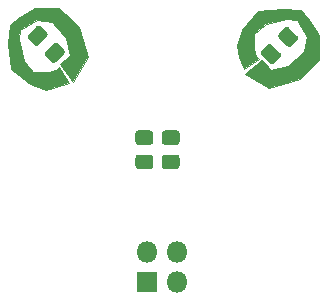
<source format=gbs>
G04 #@! TF.GenerationSoftware,KiCad,Pcbnew,5.1.6-c6e7f7d~87~ubuntu18.04.1*
G04 #@! TF.CreationDate,2020-07-20T20:37:32+02:00*
G04 #@! TF.ProjectId,cat-demo,6361742d-6465-46d6-9f2e-6b696361645f,rev?*
G04 #@! TF.SameCoordinates,Original*
G04 #@! TF.FileFunction,Soldermask,Bot*
G04 #@! TF.FilePolarity,Negative*
%FSLAX46Y46*%
G04 Gerber Fmt 4.6, Leading zero omitted, Abs format (unit mm)*
G04 Created by KiCad (PCBNEW 5.1.6-c6e7f7d~87~ubuntu18.04.1) date 2020-07-20 20:37:32*
%MOMM*%
%LPD*%
G01*
G04 APERTURE LIST*
%ADD10C,0.100000*%
%ADD11O,1.800000X1.800000*%
%ADD12R,1.800000X1.800000*%
G04 APERTURE END LIST*
D10*
G36*
X124550000Y-72880000D02*
G01*
X125300000Y-75490000D01*
X124060000Y-77550000D01*
X122940000Y-76080000D01*
X123760000Y-75340000D01*
X123440000Y-73850000D01*
X122250000Y-72530000D01*
X120980000Y-72290000D01*
X119540000Y-73130000D01*
X119440000Y-73920000D01*
X119860000Y-75760000D01*
X120680000Y-76730000D01*
X122020000Y-76730000D01*
X122590000Y-76580000D01*
X122820000Y-76300000D01*
X123710000Y-77640000D01*
X122620000Y-78020000D01*
X121720000Y-78210000D01*
X120380000Y-77740000D01*
X118750000Y-76450000D01*
X118570000Y-74340000D01*
X118670000Y-72760000D01*
X119590000Y-72040000D01*
X120830000Y-71270000D01*
X122870000Y-71270000D01*
X124550000Y-72880000D01*
G37*
X124550000Y-72880000D02*
X125300000Y-75490000D01*
X124060000Y-77550000D01*
X122940000Y-76080000D01*
X123760000Y-75340000D01*
X123440000Y-73850000D01*
X122250000Y-72530000D01*
X120980000Y-72290000D01*
X119540000Y-73130000D01*
X119440000Y-73920000D01*
X119860000Y-75760000D01*
X120680000Y-76730000D01*
X122020000Y-76730000D01*
X122590000Y-76580000D01*
X122820000Y-76300000D01*
X123710000Y-77640000D01*
X122620000Y-78020000D01*
X121720000Y-78210000D01*
X120380000Y-77740000D01*
X118750000Y-76450000D01*
X118570000Y-74340000D01*
X118670000Y-72760000D01*
X119590000Y-72040000D01*
X120830000Y-71270000D01*
X122870000Y-71270000D01*
X124550000Y-72880000D01*
G36*
X143360000Y-71470000D02*
G01*
X144080000Y-72390000D01*
X144850000Y-73630000D01*
X144850000Y-75670000D01*
X143240000Y-77350000D01*
X140630000Y-78100000D01*
X138570000Y-76860000D01*
X140040000Y-75740000D01*
X140780000Y-76560000D01*
X142270000Y-76240000D01*
X143590000Y-75050000D01*
X143830000Y-73780000D01*
X142990000Y-72340000D01*
X142200000Y-72240000D01*
X140360000Y-72660000D01*
X139390000Y-73480000D01*
X139390000Y-74820000D01*
X139540000Y-75390000D01*
X139820000Y-75620000D01*
X138480000Y-76510000D01*
X138100000Y-75420000D01*
X137910000Y-74520000D01*
X138380000Y-73180000D01*
X139670000Y-71550000D01*
X141780000Y-71370000D01*
X143360000Y-71470000D01*
G37*
X143360000Y-71470000D02*
X144080000Y-72390000D01*
X144850000Y-73630000D01*
X144850000Y-75670000D01*
X143240000Y-77350000D01*
X140630000Y-78100000D01*
X138570000Y-76860000D01*
X140040000Y-75740000D01*
X140780000Y-76560000D01*
X142270000Y-76240000D01*
X143590000Y-75050000D01*
X143830000Y-73780000D01*
X142990000Y-72340000D01*
X142200000Y-72240000D01*
X140360000Y-72660000D01*
X139390000Y-73480000D01*
X139390000Y-74820000D01*
X139540000Y-75390000D01*
X139820000Y-75620000D01*
X138480000Y-76510000D01*
X138100000Y-75420000D01*
X137910000Y-74520000D01*
X138380000Y-73180000D01*
X139670000Y-71550000D01*
X141780000Y-71370000D01*
X143360000Y-71470000D01*
G36*
G01*
X131831738Y-83715000D02*
X132788262Y-83715000D01*
G75*
G02*
X133060000Y-83986738I0J-271738D01*
G01*
X133060000Y-84693262D01*
G75*
G02*
X132788262Y-84965000I-271738J0D01*
G01*
X131831738Y-84965000D01*
G75*
G02*
X131560000Y-84693262I0J271738D01*
G01*
X131560000Y-83986738D01*
G75*
G02*
X131831738Y-83715000I271738J0D01*
G01*
G37*
G36*
G01*
X131831738Y-81665000D02*
X132788262Y-81665000D01*
G75*
G02*
X133060000Y-81936738I0J-271738D01*
G01*
X133060000Y-82643262D01*
G75*
G02*
X132788262Y-82915000I-271738J0D01*
G01*
X131831738Y-82915000D01*
G75*
G02*
X131560000Y-82643262I0J271738D01*
G01*
X131560000Y-81936738D01*
G75*
G02*
X131831738Y-81665000I271738J0D01*
G01*
G37*
G36*
G01*
X129601738Y-83715000D02*
X130558262Y-83715000D01*
G75*
G02*
X130830000Y-83986738I0J-271738D01*
G01*
X130830000Y-84693262D01*
G75*
G02*
X130558262Y-84965000I-271738J0D01*
G01*
X129601738Y-84965000D01*
G75*
G02*
X129330000Y-84693262I0J271738D01*
G01*
X129330000Y-83986738D01*
G75*
G02*
X129601738Y-83715000I271738J0D01*
G01*
G37*
G36*
G01*
X129601738Y-81665000D02*
X130558262Y-81665000D01*
G75*
G02*
X130830000Y-81936738I0J-271738D01*
G01*
X130830000Y-82643262D01*
G75*
G02*
X130558262Y-82915000I-271738J0D01*
G01*
X129601738Y-82915000D01*
G75*
G02*
X129330000Y-82643262I0J271738D01*
G01*
X129330000Y-81936738D01*
G75*
G02*
X129601738Y-81665000I271738J0D01*
G01*
G37*
G36*
G01*
X140908975Y-74424660D02*
X141585340Y-75101024D01*
G75*
G02*
X141585340Y-75485320I-192148J-192148D01*
G01*
X141085752Y-75984908D01*
G75*
G02*
X140701456Y-75984908I-192148J192148D01*
G01*
X140025092Y-75308544D01*
G75*
G02*
X140025092Y-74924248I192148J192148D01*
G01*
X140524680Y-74424660D01*
G75*
G02*
X140908976Y-74424660I192148J-192148D01*
G01*
G37*
G36*
G01*
X142358543Y-72975092D02*
X143034908Y-73651456D01*
G75*
G02*
X143034908Y-74035752I-192148J-192148D01*
G01*
X142535320Y-74535340D01*
G75*
G02*
X142151024Y-74535340I-192148J192148D01*
G01*
X141474660Y-73858976D01*
G75*
G02*
X141474660Y-73474680I192148J192148D01*
G01*
X141974248Y-72975092D01*
G75*
G02*
X142358544Y-72975092I192148J-192148D01*
G01*
G37*
G36*
G01*
X121709444Y-75005809D02*
X122385808Y-74329444D01*
G75*
G02*
X122770104Y-74329444I192148J-192148D01*
G01*
X123269692Y-74829032D01*
G75*
G02*
X123269692Y-75213328I-192148J-192148D01*
G01*
X122593328Y-75889692D01*
G75*
G02*
X122209032Y-75889692I-192148J192148D01*
G01*
X121709444Y-75390104D01*
G75*
G02*
X121709444Y-75005808I192148J192148D01*
G01*
G37*
G36*
G01*
X120259876Y-73556241D02*
X120936240Y-72879876D01*
G75*
G02*
X121320536Y-72879876I192148J-192148D01*
G01*
X121820124Y-73379464D01*
G75*
G02*
X121820124Y-73763760I-192148J-192148D01*
G01*
X121143760Y-74440124D01*
G75*
G02*
X120759464Y-74440124I-192148J192148D01*
G01*
X120259876Y-73940536D01*
G75*
G02*
X120259876Y-73556240I192148J192148D01*
G01*
G37*
D11*
X132840000Y-91985000D03*
X130300000Y-91985000D03*
X132840000Y-94525000D03*
D12*
X130300000Y-94525000D03*
M02*

</source>
